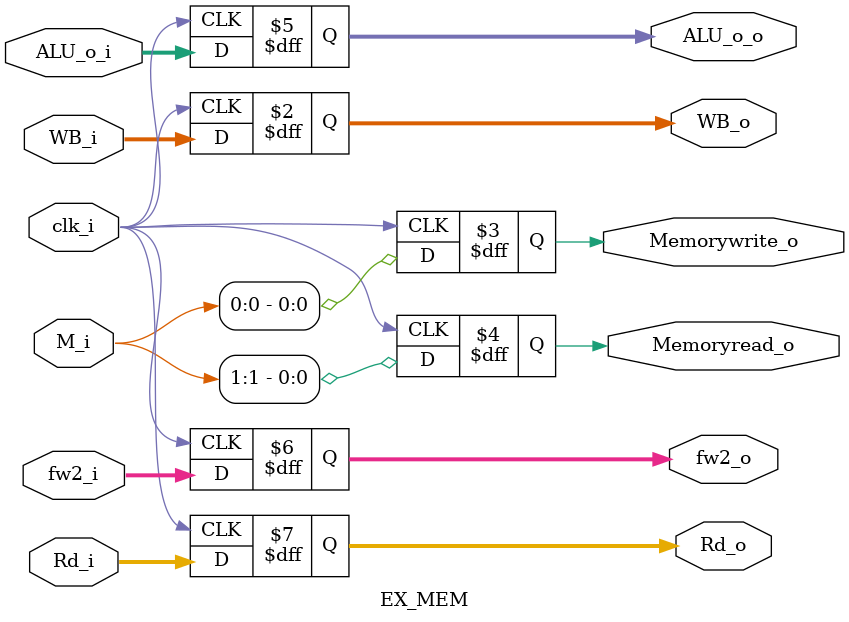
<source format=v>
module EX_MEM
(
    clk_i,
    WB_i, M_i,
    ALU_o_i,
    fw2_i,
    Rd_i,

    WB_o,
    Memorywrite_o, Memoryread_o,
    ALU_o_o,
    fw2_o,
    Rd_o

);

input clk_i;
input [1:0] WB_i; 
input [1:0] M_i;
input [31:0] ALU_o_i, fw2_i;
input [4:0] Rd_i;

output reg  [1:0] WB_o;
output reg  Memorywrite_o, Memoryread_o;
output reg  [31:0] ALU_o_o, fw2_o;
output reg  [4:0] Rd_o;


always@(posedge clk_i) begin
   WB_o<=WB_i;
   Memorywrite_o<=M_i[0];
   Memoryread_o<=M_i[1];
   ALU_o_o<=ALU_o_i;
   fw2_o<=fw2_i;
   Rd_o<=Rd_i;
end

endmodule
</source>
